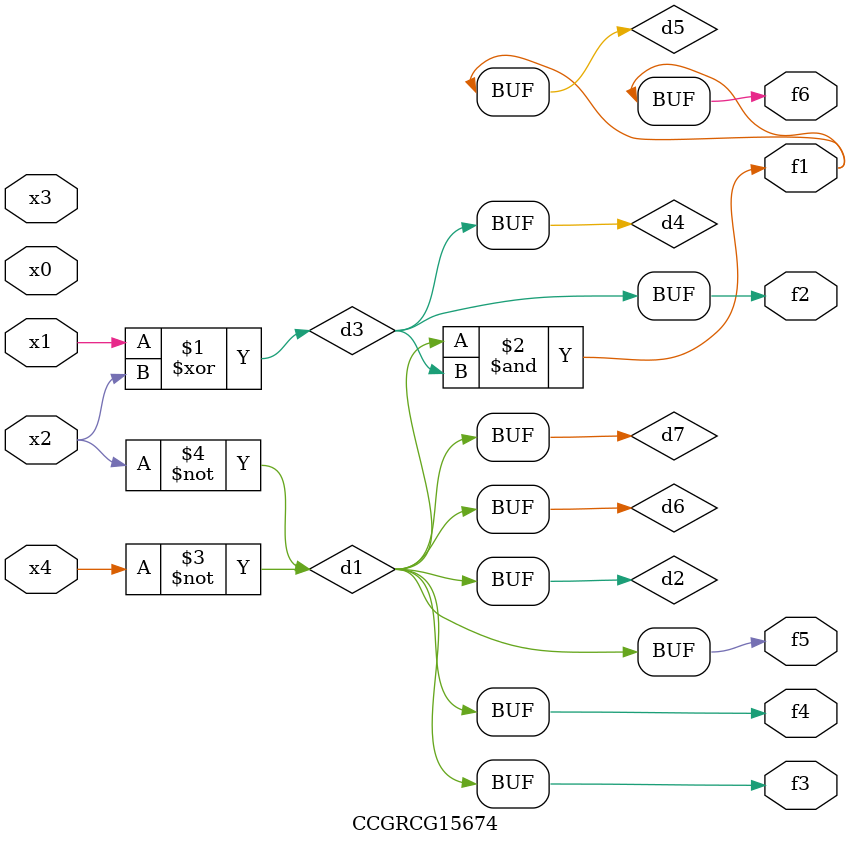
<source format=v>
module CCGRCG15674(
	input x0, x1, x2, x3, x4,
	output f1, f2, f3, f4, f5, f6
);

	wire d1, d2, d3, d4, d5, d6, d7;

	not (d1, x4);
	not (d2, x2);
	xor (d3, x1, x2);
	buf (d4, d3);
	and (d5, d1, d3);
	buf (d6, d1, d2);
	buf (d7, d2);
	assign f1 = d5;
	assign f2 = d4;
	assign f3 = d7;
	assign f4 = d7;
	assign f5 = d7;
	assign f6 = d5;
endmodule

</source>
